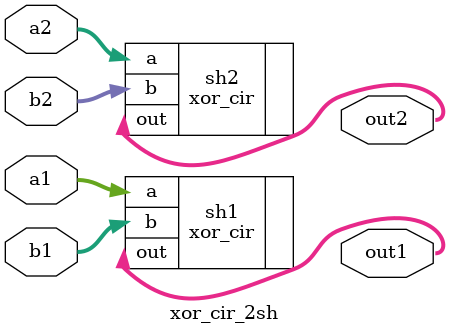
<source format=sv>
module xor_cir_2sh(
    a1,
    a2,
    b1,
    b2,
    out1,
    out2
);

    parameter N = 64;

    input wire [N - 1 : 0] a1;
    input wire [N - 1 : 0] a2;
    input wire [N - 1 : 0] b1;
    input wire [N - 1 : 0] b2;

    output wire [N - 1 : 0] out1;
    output wire [N - 1 : 0] out2;

    xor_cir sh1(
        .a   (a1),
        .b   (b1),
        .out (out1)
    );

    xor_cir sh2(
        .a   (a2),
        .b   (b2),
        .out (out2)
    );

endmodule



</source>
